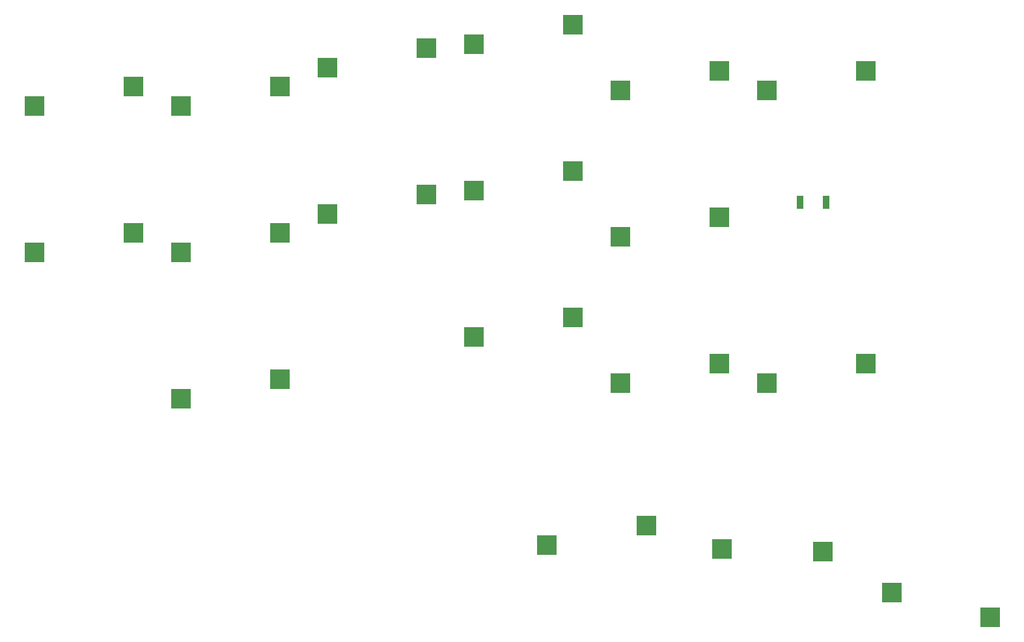
<source format=gbr>
%TF.GenerationSoftware,KiCad,Pcbnew,(6.0.8-1)-1*%
%TF.CreationDate,2023-01-29T19:27:53+03:00*%
%TF.ProjectId,lol,6c6f6c2e-6b69-4636-9164-5f7063625858,v1.0.0*%
%TF.SameCoordinates,Original*%
%TF.FileFunction,Paste,Bot*%
%TF.FilePolarity,Positive*%
%FSLAX46Y46*%
G04 Gerber Fmt 4.6, Leading zero omitted, Abs format (unit mm)*
G04 Created by KiCad (PCBNEW (6.0.8-1)-1) date 2023-01-29 19:27:53*
%MOMM*%
%LPD*%
G01*
G04 APERTURE LIST*
%ADD10R,2.550000X2.500000*%
%ADD11R,0.900000X1.700000*%
G04 APERTURE END LIST*
D10*
%TO.C,S1*%
X11965000Y2540000D03*
X24892000Y5080000D03*
%TD*%
%TO.C,S3*%
X11965000Y21590000D03*
X24892000Y24130000D03*
%TD*%
%TO.C,S5*%
X31015000Y-16510000D03*
X43942000Y-13970000D03*
%TD*%
%TO.C,S7*%
X31015000Y2540000D03*
X43942000Y5080000D03*
%TD*%
%TO.C,S9*%
X31015000Y21590000D03*
X43942000Y24130000D03*
%TD*%
%TO.C,S11*%
X50065000Y7540000D03*
X62992000Y10080000D03*
%TD*%
%TO.C,S13*%
X50065000Y26590000D03*
X62992000Y29130000D03*
%TD*%
%TO.C,S15*%
X69115000Y-8510000D03*
X82042000Y-5970000D03*
%TD*%
%TO.C,S17*%
X69115000Y10540000D03*
X82042000Y13080000D03*
%TD*%
%TO.C,S19*%
X69115000Y29590000D03*
X82042000Y32130000D03*
%TD*%
%TO.C,S21*%
X88165000Y-14510000D03*
X101092000Y-11970000D03*
%TD*%
%TO.C,S23*%
X88165000Y4540000D03*
X101092000Y7080000D03*
%TD*%
%TO.C,S25*%
X88165000Y23590000D03*
X101092000Y26130000D03*
%TD*%
%TO.C,S27*%
X107215000Y-14510000D03*
X120142000Y-11970000D03*
%TD*%
%TO.C,S29*%
X107215000Y23590000D03*
X120142000Y26130000D03*
%TD*%
%TO.C,S31*%
X78640000Y-35560000D03*
X91567000Y-33020000D03*
%TD*%
%TO.C,S33*%
X101407699Y-36086733D03*
X114578035Y-36404857D03*
%TD*%
%TO.C,S35*%
X123477260Y-41803728D03*
X136266551Y-44964892D03*
%TD*%
D11*
%TO.C,*%
X111600000Y9050000D03*
X115000000Y9050000D03*
%TD*%
M02*

</source>
